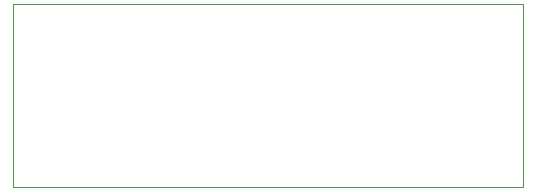
<source format=gbr>
%TF.GenerationSoftware,KiCad,Pcbnew,8.0.8*%
%TF.CreationDate,2025-02-14T22:47:41+08:00*%
%TF.ProjectId,5V24VBoostUp(USBC),35563234-5642-46f6-9f73-745570285553,rev?*%
%TF.SameCoordinates,Original*%
%TF.FileFunction,Profile,NP*%
%FSLAX46Y46*%
G04 Gerber Fmt 4.6, Leading zero omitted, Abs format (unit mm)*
G04 Created by KiCad (PCBNEW 8.0.8) date 2025-02-14 22:47:41*
%MOMM*%
%LPD*%
G01*
G04 APERTURE LIST*
%TA.AperFunction,Profile*%
%ADD10C,0.050000*%
%TD*%
G04 APERTURE END LIST*
D10*
X131876800Y-75742800D02*
X175031400Y-75742800D01*
X175031400Y-91211400D01*
X131876800Y-91211400D01*
X131876800Y-75742800D01*
M02*

</source>
